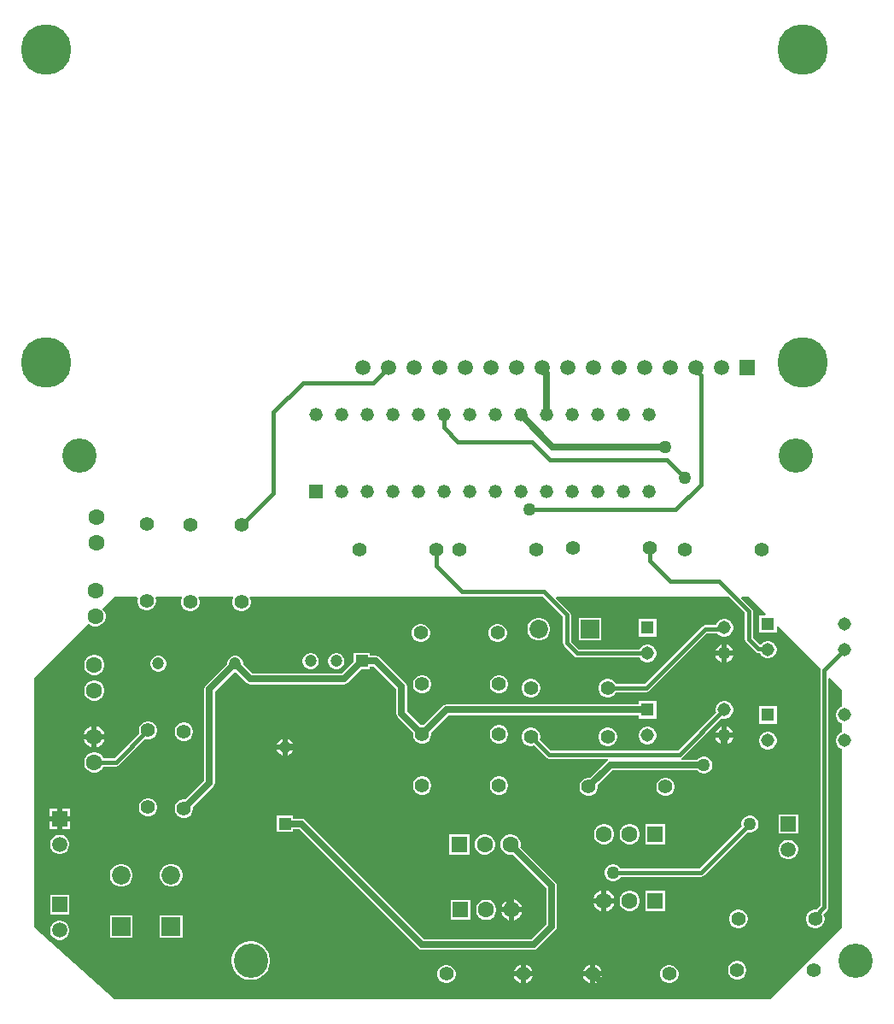
<source format=gtl>
G04*
G04 #@! TF.GenerationSoftware,Altium Limited,Altium Designer,21.6.1 (37)*
G04*
G04 Layer_Physical_Order=1*
G04 Layer_Color=255*
%FSLAX25Y25*%
%MOIN*%
G70*
G04*
G04 #@! TF.SameCoordinates,3883BF2F-BC99-4846-9409-8211DB2FD588*
G04*
G04*
G04 #@! TF.FilePolarity,Positive*
G04*
G01*
G75*
%ADD36C,0.02500*%
%ADD37C,0.01500*%
%ADD38C,0.05512*%
%ADD39C,0.13386*%
%ADD40R,0.07284X0.07284*%
%ADD41C,0.07284*%
%ADD42R,0.05906X0.05906*%
%ADD43C,0.05906*%
%ADD44C,0.06299*%
%ADD45C,0.05200*%
%ADD46R,0.05200X0.05200*%
%ADD47R,0.06299X0.06299*%
%ADD48C,0.06299*%
%ADD49C,0.05150*%
%ADD50R,0.05150X0.05150*%
%ADD51C,0.19685*%
%ADD52C,0.05937*%
%ADD53R,0.05937X0.05937*%
%ADD54R,0.04724X0.04724*%
%ADD55C,0.04724*%
%ADD56R,0.04724X0.04724*%
%ADD57R,0.07284X0.07284*%
%ADD58C,0.05000*%
G36*
X319163Y154837D02*
X318972Y154375D01*
X316625D01*
Y147625D01*
X323375D01*
Y149972D01*
X323837Y150163D01*
X340516Y133484D01*
X340420Y133000D01*
Y41155D01*
X338821Y39556D01*
X338032D01*
X337127Y39314D01*
X336317Y38845D01*
X335655Y38183D01*
X335186Y37372D01*
X334944Y36468D01*
Y35532D01*
X335186Y34628D01*
X335655Y33817D01*
X336317Y33155D01*
X337127Y32686D01*
X338032Y32444D01*
X338968D01*
X339873Y32686D01*
X340683Y33155D01*
X341345Y33817D01*
X341814Y34628D01*
X342056Y35532D01*
Y36468D01*
X341814Y37372D01*
X341555Y37820D01*
X343117Y39382D01*
X343460Y39895D01*
X343580Y40500D01*
Y129766D01*
X344042Y129958D01*
X349000Y125000D01*
Y118726D01*
X348697Y118645D01*
X347928Y118201D01*
X347300Y117572D01*
X346855Y116803D01*
X346625Y115944D01*
Y115056D01*
X346855Y114197D01*
X347300Y113428D01*
X347928Y112800D01*
X348697Y112355D01*
X349000Y112274D01*
Y108726D01*
X348697Y108645D01*
X347928Y108201D01*
X347300Y107572D01*
X346855Y106803D01*
X346625Y105944D01*
Y105056D01*
X346855Y104197D01*
X347300Y103428D01*
X347928Y102799D01*
X348697Y102355D01*
X349000Y102274D01*
Y32500D01*
X321000Y4500D01*
X65000D01*
X33500Y32500D01*
Y109000D01*
Y130000D01*
X54707Y151207D01*
X55075Y150839D01*
X55976Y150320D01*
X56980Y150050D01*
X58020D01*
X59025Y150320D01*
X59925Y150839D01*
X60660Y151575D01*
X61180Y152476D01*
X61450Y153480D01*
Y154520D01*
X61180Y155525D01*
X60660Y156425D01*
X60293Y156793D01*
X65000Y161500D01*
X73703D01*
X74087Y161000D01*
X73944Y160468D01*
Y159532D01*
X74186Y158627D01*
X74655Y157817D01*
X75317Y157155D01*
X76127Y156686D01*
X77032Y156444D01*
X77968D01*
X78873Y156686D01*
X79683Y157155D01*
X80345Y157817D01*
X80814Y158627D01*
X81056Y159532D01*
Y160468D01*
X80913Y161000D01*
X81297Y161500D01*
X91049D01*
X91299Y161067D01*
X91186Y160872D01*
X90944Y159968D01*
Y159032D01*
X91186Y158127D01*
X91655Y157317D01*
X92317Y156655D01*
X93128Y156186D01*
X94032Y155944D01*
X94968D01*
X95872Y156186D01*
X96683Y156655D01*
X97345Y157317D01*
X97814Y158127D01*
X98056Y159032D01*
Y159968D01*
X97814Y160872D01*
X97701Y161067D01*
X97951Y161500D01*
X111049D01*
X111299Y161067D01*
X111186Y160872D01*
X110944Y159968D01*
Y159032D01*
X111186Y158127D01*
X111655Y157317D01*
X112317Y156655D01*
X113128Y156186D01*
X114032Y155944D01*
X114968D01*
X115873Y156186D01*
X116683Y156655D01*
X117345Y157317D01*
X117814Y158127D01*
X118056Y159032D01*
Y159968D01*
X117814Y160872D01*
X117701Y161067D01*
X117951Y161500D01*
X232265D01*
X239920Y153845D01*
Y143500D01*
X240040Y142895D01*
X240383Y142383D01*
X244383Y138382D01*
X244895Y138040D01*
X245500Y137920D01*
X270016D01*
X270300Y137428D01*
X270928Y136800D01*
X271697Y136355D01*
X272556Y136125D01*
X273444D01*
X274303Y136355D01*
X275072Y136800D01*
X275700Y137428D01*
X276145Y138197D01*
X276375Y139056D01*
Y139944D01*
X276145Y140803D01*
X275700Y141572D01*
X275072Y142201D01*
X274303Y142645D01*
X273444Y142875D01*
X272556D01*
X271697Y142645D01*
X270928Y142201D01*
X270300Y141572D01*
X270016Y141080D01*
X246155D01*
X243080Y144155D01*
Y154500D01*
X242960Y155105D01*
X242618Y155617D01*
X237197Y161038D01*
X237388Y161500D01*
X304765D01*
X310920Y155345D01*
Y145000D01*
X311040Y144395D01*
X311383Y143883D01*
X315221Y140044D01*
X315734Y139702D01*
X316338Y139581D01*
X316922D01*
X317300Y138928D01*
X317928Y138300D01*
X318697Y137855D01*
X319556Y137625D01*
X320444D01*
X321303Y137855D01*
X322072Y138300D01*
X322701Y138928D01*
X323145Y139697D01*
X323375Y140556D01*
Y141444D01*
X323145Y142303D01*
X322701Y143072D01*
X322072Y143701D01*
X321303Y144145D01*
X320444Y144375D01*
X319556D01*
X318697Y144145D01*
X317928Y143701D01*
X317300Y143072D01*
X316700Y143035D01*
X314080Y145655D01*
Y156000D01*
X313960Y156605D01*
X313617Y157117D01*
X309697Y161038D01*
X309888Y161500D01*
X312500D01*
X319163Y154837D01*
D02*
G37*
%LPC*%
G36*
X303444Y152875D02*
X302556D01*
X301697Y152645D01*
X300928Y152200D01*
X300300Y151572D01*
X299855Y150803D01*
X299796Y150580D01*
X295500D01*
X294895Y150460D01*
X294383Y150118D01*
X271845Y127580D01*
X260694D01*
X260345Y128183D01*
X259683Y128845D01*
X258873Y129314D01*
X257968Y129556D01*
X257032D01*
X256128Y129314D01*
X255317Y128845D01*
X254655Y128183D01*
X254186Y127373D01*
X253944Y126468D01*
Y125532D01*
X254186Y124627D01*
X254655Y123817D01*
X255317Y123155D01*
X256128Y122686D01*
X257032Y122444D01*
X257968D01*
X258873Y122686D01*
X259683Y123155D01*
X260345Y123817D01*
X260694Y124420D01*
X272500D01*
X273105Y124540D01*
X273618Y124882D01*
X296155Y147420D01*
X300308D01*
X300928Y146800D01*
X301697Y146355D01*
X302556Y146125D01*
X303444D01*
X304303Y146355D01*
X305072Y146800D01*
X305700Y147428D01*
X306145Y148197D01*
X306375Y149056D01*
Y149944D01*
X306145Y150803D01*
X305700Y151572D01*
X305072Y152200D01*
X304303Y152645D01*
X303444Y152875D01*
D02*
G37*
G36*
X276375D02*
X269625D01*
Y146125D01*
X276375D01*
Y152875D01*
D02*
G37*
G36*
X254942Y153442D02*
X246058D01*
Y144558D01*
X254942D01*
Y153442D01*
D02*
G37*
G36*
X231085D02*
X229915D01*
X228786Y153139D01*
X227773Y152554D01*
X226946Y151727D01*
X226361Y150714D01*
X226058Y149585D01*
Y148415D01*
X226361Y147286D01*
X226946Y146273D01*
X227773Y145446D01*
X228786Y144861D01*
X229915Y144558D01*
X231085D01*
X232214Y144861D01*
X233227Y145446D01*
X234054Y146273D01*
X234639Y147286D01*
X234942Y148415D01*
Y149585D01*
X234639Y150714D01*
X234054Y151727D01*
X233227Y152554D01*
X232214Y153139D01*
X231085Y153442D01*
D02*
G37*
G36*
X214968Y151056D02*
X214032D01*
X213127Y150814D01*
X212317Y150345D01*
X211655Y149683D01*
X211186Y148872D01*
X210944Y147968D01*
Y147032D01*
X211186Y146127D01*
X211655Y145317D01*
X212317Y144655D01*
X213127Y144186D01*
X214032Y143944D01*
X214968D01*
X215873Y144186D01*
X216683Y144655D01*
X217345Y145317D01*
X217814Y146127D01*
X218056Y147032D01*
Y147968D01*
X217814Y148872D01*
X217345Y149683D01*
X216683Y150345D01*
X215873Y150814D01*
X214968Y151056D01*
D02*
G37*
G36*
X184968D02*
X184032D01*
X183127Y150814D01*
X182317Y150345D01*
X181655Y149683D01*
X181186Y148872D01*
X180944Y147968D01*
Y147032D01*
X181186Y146127D01*
X181655Y145317D01*
X182317Y144655D01*
X183127Y144186D01*
X184032Y143944D01*
X184968D01*
X185872Y144186D01*
X186683Y144655D01*
X187345Y145317D01*
X187814Y146127D01*
X188056Y147032D01*
Y147968D01*
X187814Y148872D01*
X187345Y149683D01*
X186683Y150345D01*
X185872Y150814D01*
X184968Y151056D01*
D02*
G37*
G36*
X304000Y142933D02*
Y140500D01*
X306433D01*
X306331Y140880D01*
X305861Y141695D01*
X305195Y142360D01*
X304380Y142831D01*
X304000Y142933D01*
D02*
G37*
G36*
X302000D02*
X301620Y142831D01*
X300805Y142360D01*
X300139Y141695D01*
X299669Y140880D01*
X299567Y140500D01*
X302000D01*
Y142933D01*
D02*
G37*
G36*
X306433Y138500D02*
X304000D01*
Y136067D01*
X304380Y136169D01*
X305195Y136639D01*
X305861Y137305D01*
X306331Y138120D01*
X306433Y138500D01*
D02*
G37*
G36*
X302000D02*
X299567D01*
X299669Y138120D01*
X300139Y137305D01*
X300805Y136639D01*
X301620Y136169D01*
X302000Y136067D01*
Y138500D01*
D02*
G37*
G36*
X151916Y139662D02*
X151084D01*
X150279Y139447D01*
X149558Y139030D01*
X148970Y138442D01*
X148553Y137721D01*
X148338Y136916D01*
Y136084D01*
X148553Y135279D01*
X148970Y134558D01*
X149558Y133970D01*
X150279Y133553D01*
X151084Y133338D01*
X151916D01*
X152721Y133553D01*
X153442Y133970D01*
X154030Y134558D01*
X154447Y135279D01*
X154662Y136084D01*
Y136916D01*
X154447Y137721D01*
X154030Y138442D01*
X153442Y139030D01*
X152721Y139447D01*
X151916Y139662D01*
D02*
G37*
G36*
X141916D02*
X141084D01*
X140279Y139447D01*
X139558Y139030D01*
X138970Y138442D01*
X138553Y137721D01*
X138338Y136916D01*
Y136084D01*
X138553Y135279D01*
X138970Y134558D01*
X139558Y133970D01*
X140279Y133553D01*
X141084Y133338D01*
X141916D01*
X142721Y133553D01*
X143442Y133970D01*
X144030Y134558D01*
X144447Y135279D01*
X144662Y136084D01*
Y136916D01*
X144447Y137721D01*
X144030Y138442D01*
X143442Y139030D01*
X142721Y139447D01*
X141916Y139662D01*
D02*
G37*
G36*
X82416Y138662D02*
X81584D01*
X80779Y138447D01*
X80058Y138030D01*
X79470Y137442D01*
X79053Y136721D01*
X78838Y135916D01*
Y135084D01*
X79053Y134279D01*
X79470Y133558D01*
X80058Y132970D01*
X80779Y132553D01*
X81584Y132338D01*
X82416D01*
X83221Y132553D01*
X83942Y132970D01*
X84530Y133558D01*
X84947Y134279D01*
X85162Y135084D01*
Y135916D01*
X84947Y136721D01*
X84530Y137442D01*
X83942Y138030D01*
X83221Y138447D01*
X82416Y138662D01*
D02*
G37*
G36*
X164662Y139662D02*
X158338D01*
Y136294D01*
X153634Y131590D01*
X118866D01*
X115162Y135294D01*
Y135916D01*
X114947Y136721D01*
X114530Y137442D01*
X113942Y138030D01*
X113221Y138447D01*
X112416Y138662D01*
X111584D01*
X110779Y138447D01*
X110058Y138030D01*
X109470Y137442D01*
X109053Y136721D01*
X108838Y135916D01*
Y135294D01*
X100522Y126978D01*
X100069Y126300D01*
X99910Y125500D01*
X99910Y125500D01*
Y89866D01*
X92572Y82528D01*
X92468Y82556D01*
X91532D01*
X90627Y82314D01*
X89817Y81845D01*
X89155Y81183D01*
X88686Y80373D01*
X88444Y79468D01*
Y78532D01*
X88686Y77627D01*
X89155Y76817D01*
X89817Y76155D01*
X90627Y75686D01*
X91532Y75444D01*
X92468D01*
X93372Y75686D01*
X94183Y76155D01*
X94845Y76817D01*
X95314Y77627D01*
X95556Y78532D01*
Y79468D01*
X95528Y79572D01*
X103478Y87522D01*
X103478Y87522D01*
X103931Y88200D01*
X104090Y89000D01*
X104090Y89000D01*
Y124634D01*
X111732Y132276D01*
X112268D01*
X116522Y128022D01*
X117200Y127569D01*
X118000Y127410D01*
X154500D01*
X154500Y127410D01*
X155300Y127569D01*
X155978Y128022D01*
X161294Y133338D01*
X164662D01*
Y134410D01*
X166134D01*
X174910Y125634D01*
Y116000D01*
X174910Y116000D01*
X175069Y115200D01*
X175522Y114522D01*
X181472Y108572D01*
X181444Y108468D01*
Y107532D01*
X181686Y106628D01*
X182155Y105817D01*
X182817Y105155D01*
X183627Y104686D01*
X184532Y104444D01*
X185468D01*
X186372Y104686D01*
X187183Y105155D01*
X187845Y105817D01*
X188314Y106628D01*
X188556Y107532D01*
Y108468D01*
X188528Y108572D01*
X195366Y115410D01*
X269625D01*
Y114125D01*
X276375D01*
Y120875D01*
X269625D01*
Y119590D01*
X194500D01*
X194500Y119590D01*
X193700Y119431D01*
X193022Y118978D01*
X185572Y111528D01*
X185468Y111556D01*
X184532D01*
X184428Y111528D01*
X179090Y116866D01*
Y126500D01*
X179090Y126500D01*
X178931Y127300D01*
X178478Y127978D01*
X178478Y127978D01*
X168478Y137978D01*
X167800Y138431D01*
X167000Y138590D01*
X167000Y138590D01*
X164662D01*
Y139662D01*
D02*
G37*
G36*
X57520Y138950D02*
X56480D01*
X55475Y138680D01*
X54575Y138161D01*
X53839Y137425D01*
X53320Y136524D01*
X53050Y135520D01*
Y134480D01*
X53320Y133475D01*
X53839Y132575D01*
X54575Y131840D01*
X55475Y131320D01*
X56480Y131050D01*
X57520D01*
X58525Y131320D01*
X59425Y131840D01*
X60160Y132575D01*
X60680Y133475D01*
X60950Y134480D01*
Y135520D01*
X60680Y136524D01*
X60160Y137425D01*
X59425Y138161D01*
X58525Y138680D01*
X57520Y138950D01*
D02*
G37*
G36*
X215468Y131056D02*
X214532D01*
X213628Y130814D01*
X212817Y130345D01*
X212155Y129683D01*
X211686Y128873D01*
X211444Y127968D01*
Y127032D01*
X211686Y126128D01*
X212155Y125317D01*
X212817Y124655D01*
X213628Y124186D01*
X214532Y123944D01*
X215468D01*
X216372Y124186D01*
X217183Y124655D01*
X217845Y125317D01*
X218314Y126128D01*
X218556Y127032D01*
Y127968D01*
X218314Y128873D01*
X217845Y129683D01*
X217183Y130345D01*
X216372Y130814D01*
X215468Y131056D01*
D02*
G37*
G36*
X185468D02*
X184532D01*
X183627Y130814D01*
X182817Y130345D01*
X182155Y129683D01*
X181686Y128873D01*
X181444Y127968D01*
Y127032D01*
X181686Y126128D01*
X182155Y125317D01*
X182817Y124655D01*
X183627Y124186D01*
X184532Y123944D01*
X185468D01*
X186372Y124186D01*
X187183Y124655D01*
X187845Y125317D01*
X188314Y126128D01*
X188556Y127032D01*
Y127968D01*
X188314Y128873D01*
X187845Y129683D01*
X187183Y130345D01*
X186372Y130814D01*
X185468Y131056D01*
D02*
G37*
G36*
X227968Y129556D02*
X227032D01*
X226128Y129314D01*
X225317Y128845D01*
X224655Y128183D01*
X224186Y127373D01*
X223944Y126468D01*
Y125532D01*
X224186Y124627D01*
X224655Y123817D01*
X225317Y123155D01*
X226128Y122686D01*
X227032Y122444D01*
X227968D01*
X228872Y122686D01*
X229683Y123155D01*
X230345Y123817D01*
X230814Y124627D01*
X231056Y125532D01*
Y126468D01*
X230814Y127373D01*
X230345Y128183D01*
X229683Y128845D01*
X228872Y129314D01*
X227968Y129556D01*
D02*
G37*
G36*
X57520Y128950D02*
X56480D01*
X55475Y128680D01*
X54575Y128161D01*
X53839Y127425D01*
X53320Y126524D01*
X53050Y125520D01*
Y124480D01*
X53320Y123476D01*
X53839Y122575D01*
X54575Y121839D01*
X55475Y121320D01*
X56480Y121050D01*
X57520D01*
X58525Y121320D01*
X59425Y121839D01*
X60160Y122575D01*
X60680Y123476D01*
X60950Y124480D01*
Y125520D01*
X60680Y126524D01*
X60160Y127425D01*
X59425Y128161D01*
X58525Y128680D01*
X57520Y128950D01*
D02*
G37*
G36*
X303444Y120875D02*
X302556D01*
X301697Y120645D01*
X300928Y120201D01*
X300300Y119572D01*
X299855Y118803D01*
X299625Y117944D01*
Y117056D01*
X299772Y116507D01*
X284845Y101580D01*
X235155D01*
X230876Y105859D01*
X231056Y106532D01*
Y107468D01*
X230814Y108372D01*
X230345Y109183D01*
X229683Y109845D01*
X228872Y110314D01*
X227968Y110556D01*
X227032D01*
X226128Y110314D01*
X225317Y109845D01*
X224655Y109183D01*
X224186Y108372D01*
X223944Y107468D01*
Y106532D01*
X224186Y105628D01*
X224655Y104817D01*
X225317Y104155D01*
X226128Y103686D01*
X227032Y103444D01*
X227968D01*
X228641Y103624D01*
X233383Y98883D01*
X233895Y98540D01*
X234500Y98420D01*
X257600D01*
X257693Y97966D01*
X257683Y97920D01*
X257022Y97478D01*
X257022Y97478D01*
X250572Y91028D01*
X250468Y91056D01*
X249532D01*
X248627Y90814D01*
X247817Y90345D01*
X247155Y89683D01*
X246686Y88872D01*
X246444Y87968D01*
Y87032D01*
X246686Y86128D01*
X247155Y85317D01*
X247817Y84655D01*
X248627Y84186D01*
X249532Y83944D01*
X250468D01*
X251373Y84186D01*
X252183Y84655D01*
X252845Y85317D01*
X253314Y86128D01*
X253556Y87032D01*
Y87968D01*
X253528Y88072D01*
X259366Y93910D01*
X292423D01*
X292974Y93359D01*
X293726Y92925D01*
X294566Y92700D01*
X295434D01*
X296274Y92925D01*
X297026Y93359D01*
X297641Y93974D01*
X298075Y94726D01*
X298300Y95565D01*
Y96434D01*
X298075Y97274D01*
X297641Y98026D01*
X297026Y98641D01*
X296274Y99075D01*
X295434Y99300D01*
X294566D01*
X293726Y99075D01*
X292974Y98641D01*
X292423Y98090D01*
X286263D01*
X286200Y98269D01*
X286180Y98590D01*
X286617Y98883D01*
X302007Y114272D01*
X302556Y114125D01*
X303444D01*
X304303Y114355D01*
X305072Y114799D01*
X305700Y115428D01*
X306145Y116197D01*
X306375Y117056D01*
Y117944D01*
X306145Y118803D01*
X305700Y119572D01*
X305072Y120201D01*
X304303Y120645D01*
X303444Y120875D01*
D02*
G37*
G36*
X323375Y118875D02*
X316625D01*
Y112125D01*
X323375D01*
Y118875D01*
D02*
G37*
G36*
X304000Y110933D02*
Y108500D01*
X306433D01*
X306331Y108880D01*
X305861Y109695D01*
X305195Y110361D01*
X304380Y110831D01*
X304000Y110933D01*
D02*
G37*
G36*
X302000D02*
X301620Y110831D01*
X300805Y110361D01*
X300139Y109695D01*
X299669Y108880D01*
X299567Y108500D01*
X302000D01*
Y110933D01*
D02*
G37*
G36*
X58000Y111028D02*
Y108000D01*
X61028D01*
X60867Y108602D01*
X60321Y109548D01*
X59548Y110320D01*
X58602Y110867D01*
X58000Y111028D01*
D02*
G37*
G36*
X56000D02*
X55398Y110867D01*
X54452Y110320D01*
X53680Y109548D01*
X53133Y108602D01*
X52972Y108000D01*
X56000D01*
Y111028D01*
D02*
G37*
G36*
X78468Y113056D02*
X77532D01*
X76627Y112814D01*
X75817Y112345D01*
X75155Y111683D01*
X74686Y110872D01*
X74444Y109968D01*
Y109032D01*
X74624Y108359D01*
X64845Y98580D01*
X60648D01*
X60160Y99425D01*
X59425Y100161D01*
X58525Y100680D01*
X57520Y100950D01*
X56480D01*
X55475Y100680D01*
X54575Y100161D01*
X53839Y99425D01*
X53320Y98524D01*
X53050Y97520D01*
Y96480D01*
X53320Y95476D01*
X53839Y94575D01*
X54575Y93840D01*
X55475Y93320D01*
X56480Y93050D01*
X57520D01*
X58525Y93320D01*
X59425Y93840D01*
X60160Y94575D01*
X60648Y95420D01*
X65500D01*
X66105Y95540D01*
X66618Y95882D01*
X76859Y106124D01*
X77532Y105944D01*
X78468D01*
X79373Y106186D01*
X80183Y106655D01*
X80845Y107317D01*
X81314Y108127D01*
X81556Y109032D01*
Y109968D01*
X81314Y110872D01*
X80845Y111683D01*
X80183Y112345D01*
X79373Y112814D01*
X78468Y113056D01*
D02*
G37*
G36*
X92468Y112556D02*
X91532D01*
X90627Y112314D01*
X89817Y111845D01*
X89155Y111183D01*
X88686Y110372D01*
X88444Y109468D01*
Y108532D01*
X88686Y107627D01*
X89155Y106817D01*
X89817Y106155D01*
X90627Y105686D01*
X91532Y105444D01*
X92468D01*
X93372Y105686D01*
X94183Y106155D01*
X94845Y106817D01*
X95314Y107627D01*
X95556Y108532D01*
Y109468D01*
X95314Y110372D01*
X94845Y111183D01*
X94183Y111845D01*
X93372Y112314D01*
X92468Y112556D01*
D02*
G37*
G36*
X215468Y111556D02*
X214532D01*
X213628Y111314D01*
X212817Y110845D01*
X212155Y110183D01*
X211686Y109372D01*
X211444Y108468D01*
Y107532D01*
X211686Y106628D01*
X212155Y105817D01*
X212817Y105155D01*
X213628Y104686D01*
X214532Y104444D01*
X215468D01*
X216372Y104686D01*
X217183Y105155D01*
X217845Y105817D01*
X218314Y106628D01*
X218556Y107532D01*
Y108468D01*
X218314Y109372D01*
X217845Y110183D01*
X217183Y110845D01*
X216372Y111314D01*
X215468Y111556D01*
D02*
G37*
G36*
X273444Y110875D02*
X272556D01*
X271697Y110645D01*
X270928Y110201D01*
X270300Y109572D01*
X269855Y108803D01*
X269625Y107944D01*
Y107056D01*
X269855Y106197D01*
X270300Y105428D01*
X270928Y104799D01*
X271697Y104355D01*
X272556Y104125D01*
X273444D01*
X274303Y104355D01*
X275072Y104799D01*
X275700Y105428D01*
X276145Y106197D01*
X276375Y107056D01*
Y107944D01*
X276145Y108803D01*
X275700Y109572D01*
X275072Y110201D01*
X274303Y110645D01*
X273444Y110875D01*
D02*
G37*
G36*
X306433Y106500D02*
X304000D01*
Y104067D01*
X304380Y104169D01*
X305195Y104639D01*
X305861Y105305D01*
X306331Y106120D01*
X306433Y106500D01*
D02*
G37*
G36*
X302000D02*
X299567D01*
X299669Y106120D01*
X300139Y105305D01*
X300805Y104639D01*
X301620Y104169D01*
X302000Y104067D01*
Y106500D01*
D02*
G37*
G36*
X132500Y106213D02*
Y104000D01*
X134713D01*
X134633Y104298D01*
X134190Y105064D01*
X133564Y105690D01*
X132798Y106133D01*
X132500Y106213D01*
D02*
G37*
G36*
X130500Y106213D02*
X130202Y106133D01*
X129436Y105690D01*
X128810Y105064D01*
X128367Y104298D01*
X128287Y104000D01*
X130500D01*
Y106213D01*
D02*
G37*
G36*
X257968Y110556D02*
X257032D01*
X256128Y110314D01*
X255317Y109845D01*
X254655Y109183D01*
X254186Y108372D01*
X253944Y107468D01*
Y106532D01*
X254186Y105628D01*
X254655Y104817D01*
X255317Y104155D01*
X256128Y103686D01*
X257032Y103444D01*
X257968D01*
X258873Y103686D01*
X259683Y104155D01*
X260345Y104817D01*
X260814Y105628D01*
X261056Y106532D01*
Y107468D01*
X260814Y108372D01*
X260345Y109183D01*
X259683Y109845D01*
X258873Y110314D01*
X257968Y110556D01*
D02*
G37*
G36*
X61028Y106000D02*
X58000D01*
Y102972D01*
X58602Y103133D01*
X59548Y103680D01*
X60321Y104452D01*
X60867Y105398D01*
X61028Y106000D01*
D02*
G37*
G36*
X56000D02*
X52972D01*
X53133Y105398D01*
X53680Y104452D01*
X54452Y103680D01*
X55398Y103133D01*
X56000Y102972D01*
Y106000D01*
D02*
G37*
G36*
X320444Y108875D02*
X319556D01*
X318697Y108645D01*
X317928Y108201D01*
X317300Y107572D01*
X316855Y106803D01*
X316625Y105944D01*
Y105056D01*
X316855Y104197D01*
X317300Y103428D01*
X317928Y102799D01*
X318697Y102355D01*
X319556Y102125D01*
X320444D01*
X321303Y102355D01*
X322072Y102799D01*
X322701Y103428D01*
X323145Y104197D01*
X323375Y105056D01*
Y105944D01*
X323145Y106803D01*
X322701Y107572D01*
X322072Y108201D01*
X321303Y108645D01*
X320444Y108875D01*
D02*
G37*
G36*
X134713Y102000D02*
X132500D01*
Y99787D01*
X132798Y99867D01*
X133564Y100310D01*
X134190Y100936D01*
X134633Y101702D01*
X134713Y102000D01*
D02*
G37*
G36*
X130500D02*
X128287D01*
X128367Y101702D01*
X128810Y100936D01*
X129436Y100310D01*
X130202Y99867D01*
X130500Y99787D01*
Y102000D01*
D02*
G37*
G36*
X215468Y91556D02*
X214532D01*
X213628Y91314D01*
X212817Y90845D01*
X212155Y90183D01*
X211686Y89372D01*
X211444Y88468D01*
Y87532D01*
X211686Y86628D01*
X212155Y85817D01*
X212817Y85155D01*
X213628Y84686D01*
X214532Y84444D01*
X215468D01*
X216372Y84686D01*
X217183Y85155D01*
X217845Y85817D01*
X218314Y86628D01*
X218556Y87532D01*
Y88468D01*
X218314Y89372D01*
X217845Y90183D01*
X217183Y90845D01*
X216372Y91314D01*
X215468Y91556D01*
D02*
G37*
G36*
X185468D02*
X184532D01*
X183627Y91314D01*
X182817Y90845D01*
X182155Y90183D01*
X181686Y89372D01*
X181444Y88468D01*
Y87532D01*
X181686Y86628D01*
X182155Y85817D01*
X182817Y85155D01*
X183627Y84686D01*
X184532Y84444D01*
X185468D01*
X186372Y84686D01*
X187183Y85155D01*
X187845Y85817D01*
X188314Y86628D01*
X188556Y87532D01*
Y88468D01*
X188314Y89372D01*
X187845Y90183D01*
X187183Y90845D01*
X186372Y91314D01*
X185468Y91556D01*
D02*
G37*
G36*
X280468Y91056D02*
X279532D01*
X278627Y90814D01*
X277817Y90345D01*
X277155Y89683D01*
X276686Y88872D01*
X276444Y87968D01*
Y87032D01*
X276686Y86128D01*
X277155Y85317D01*
X277817Y84655D01*
X278627Y84186D01*
X279532Y83944D01*
X280468D01*
X281372Y84186D01*
X282183Y84655D01*
X282845Y85317D01*
X283314Y86128D01*
X283556Y87032D01*
Y87968D01*
X283314Y88872D01*
X282845Y89683D01*
X282183Y90345D01*
X281372Y90814D01*
X280468Y91056D01*
D02*
G37*
G36*
X47453Y78953D02*
X44500D01*
Y76000D01*
X47453D01*
Y78953D01*
D02*
G37*
G36*
X42500D02*
X39547D01*
Y76000D01*
X42500D01*
Y78953D01*
D02*
G37*
G36*
X78468Y83056D02*
X77532D01*
X76627Y82814D01*
X75817Y82345D01*
X75155Y81683D01*
X74686Y80872D01*
X74444Y79968D01*
Y79032D01*
X74686Y78127D01*
X75155Y77317D01*
X75817Y76655D01*
X76627Y76186D01*
X77532Y75944D01*
X78468D01*
X79373Y76186D01*
X80183Y76655D01*
X80845Y77317D01*
X81314Y78127D01*
X81556Y79032D01*
Y79968D01*
X81314Y80872D01*
X80845Y81683D01*
X80183Y82345D01*
X79373Y82814D01*
X78468Y83056D01*
D02*
G37*
G36*
X47453Y74000D02*
X44500D01*
Y71047D01*
X47453D01*
Y74000D01*
D02*
G37*
G36*
X42500D02*
X39547D01*
Y71047D01*
X42500D01*
Y74000D01*
D02*
G37*
G36*
X313435Y76300D02*
X312565D01*
X311726Y76075D01*
X310974Y75641D01*
X310359Y75026D01*
X309925Y74274D01*
X309700Y73435D01*
Y72566D01*
X309833Y72068D01*
X293345Y55580D01*
X262398D01*
X262141Y56026D01*
X261526Y56641D01*
X260774Y57075D01*
X259934Y57300D01*
X259066D01*
X258226Y57075D01*
X257474Y56641D01*
X256859Y56026D01*
X256425Y55274D01*
X256200Y54435D01*
Y53566D01*
X256425Y52726D01*
X256859Y51974D01*
X257474Y51359D01*
X258226Y50925D01*
X259066Y50700D01*
X259934D01*
X260774Y50925D01*
X261526Y51359D01*
X262141Y51974D01*
X262398Y52420D01*
X294000D01*
X294605Y52540D01*
X295117Y52882D01*
X312068Y69833D01*
X312565Y69700D01*
X313435D01*
X314274Y69925D01*
X315026Y70359D01*
X315641Y70974D01*
X316075Y71726D01*
X316300Y72566D01*
Y73435D01*
X316075Y74274D01*
X315641Y75026D01*
X315026Y75641D01*
X314274Y76075D01*
X313435Y76300D01*
D02*
G37*
G36*
X331753Y76753D02*
X324247D01*
Y69247D01*
X331753D01*
Y76753D01*
D02*
G37*
G36*
X279950Y72950D02*
X272050D01*
Y65050D01*
X279950D01*
Y72950D01*
D02*
G37*
G36*
X266520D02*
X265480D01*
X264475Y72680D01*
X263575Y72161D01*
X262840Y71425D01*
X262320Y70525D01*
X262050Y69520D01*
Y68480D01*
X262320Y67475D01*
X262840Y66575D01*
X263575Y65839D01*
X264475Y65320D01*
X265480Y65050D01*
X266520D01*
X267525Y65320D01*
X268425Y65839D01*
X269161Y66575D01*
X269680Y67475D01*
X269950Y68480D01*
Y69520D01*
X269680Y70525D01*
X269161Y71425D01*
X268425Y72161D01*
X267525Y72680D01*
X266520Y72950D01*
D02*
G37*
G36*
X256520D02*
X255480D01*
X254475Y72680D01*
X253575Y72161D01*
X252839Y71425D01*
X252320Y70525D01*
X252050Y69520D01*
Y68480D01*
X252320Y67475D01*
X252839Y66575D01*
X253575Y65839D01*
X254475Y65320D01*
X255480Y65050D01*
X256520D01*
X257524Y65320D01*
X258425Y65839D01*
X259160Y66575D01*
X259680Y67475D01*
X259950Y68480D01*
Y69520D01*
X259680Y70525D01*
X259160Y71425D01*
X258425Y72161D01*
X257524Y72680D01*
X256520Y72950D01*
D02*
G37*
G36*
X43994Y68753D02*
X43006D01*
X42052Y68497D01*
X41196Y68003D01*
X40497Y67304D01*
X40003Y66448D01*
X39747Y65494D01*
Y64506D01*
X40003Y63551D01*
X40497Y62696D01*
X41196Y61997D01*
X42052Y61503D01*
X43006Y61247D01*
X43994D01*
X44949Y61503D01*
X45804Y61997D01*
X46503Y62696D01*
X46997Y63551D01*
X47253Y64506D01*
Y65494D01*
X46997Y66448D01*
X46503Y67304D01*
X45804Y68003D01*
X44949Y68497D01*
X43994Y68753D01*
D02*
G37*
G36*
X210020Y68950D02*
X208980D01*
X207976Y68680D01*
X207075Y68160D01*
X206340Y67425D01*
X205820Y66524D01*
X205550Y65520D01*
Y64480D01*
X205820Y63476D01*
X206340Y62575D01*
X207075Y61839D01*
X207976Y61320D01*
X208980Y61050D01*
X210020D01*
X211024Y61320D01*
X211925Y61839D01*
X212661Y62575D01*
X213180Y63476D01*
X213450Y64480D01*
Y65520D01*
X213180Y66524D01*
X212661Y67425D01*
X211925Y68160D01*
X211024Y68680D01*
X210020Y68950D01*
D02*
G37*
G36*
X203450D02*
X195550D01*
Y61050D01*
X203450D01*
Y68950D01*
D02*
G37*
G36*
X328494Y66753D02*
X327506D01*
X326552Y66497D01*
X325696Y66003D01*
X324997Y65304D01*
X324503Y64448D01*
X324247Y63494D01*
Y62506D01*
X324503Y61551D01*
X324997Y60696D01*
X325696Y59997D01*
X326552Y59503D01*
X327506Y59247D01*
X328494D01*
X329449Y59503D01*
X330304Y59997D01*
X331003Y60696D01*
X331497Y61551D01*
X331753Y62506D01*
Y63494D01*
X331497Y64448D01*
X331003Y65304D01*
X330304Y66003D01*
X329449Y66497D01*
X328494Y66753D01*
D02*
G37*
G36*
X87585Y57442D02*
X86415D01*
X85286Y57139D01*
X84273Y56554D01*
X83446Y55727D01*
X82861Y54714D01*
X82558Y53585D01*
Y52415D01*
X82861Y51286D01*
X83446Y50273D01*
X84273Y49446D01*
X85286Y48861D01*
X86415Y48558D01*
X87585D01*
X88714Y48861D01*
X89727Y49446D01*
X90554Y50273D01*
X91139Y51286D01*
X91442Y52415D01*
Y53585D01*
X91139Y54714D01*
X90554Y55727D01*
X89727Y56554D01*
X88714Y57139D01*
X87585Y57442D01*
D02*
G37*
G36*
X68085D02*
X66915D01*
X65786Y57139D01*
X64773Y56554D01*
X63946Y55727D01*
X63361Y54714D01*
X63058Y53585D01*
Y52415D01*
X63361Y51286D01*
X63946Y50273D01*
X64773Y49446D01*
X65786Y48861D01*
X66915Y48558D01*
X68085D01*
X69214Y48861D01*
X70227Y49446D01*
X71054Y50273D01*
X71639Y51286D01*
X71942Y52415D01*
Y53585D01*
X71639Y54714D01*
X71054Y55727D01*
X70227Y56554D01*
X69214Y57139D01*
X68085Y57442D01*
D02*
G37*
G36*
X257000Y47028D02*
Y44000D01*
X260028D01*
X259867Y44602D01*
X259320Y45548D01*
X258548Y46321D01*
X257602Y46867D01*
X257000Y47028D01*
D02*
G37*
G36*
X255000D02*
X254398Y46867D01*
X253452Y46321D01*
X252679Y45548D01*
X252133Y44602D01*
X251972Y44000D01*
X255000D01*
Y47028D01*
D02*
G37*
G36*
X221000Y43528D02*
Y40500D01*
X224028D01*
X223867Y41102D01*
X223321Y42048D01*
X222548Y42821D01*
X221602Y43367D01*
X221000Y43528D01*
D02*
G37*
G36*
X219000D02*
X218398Y43367D01*
X217452Y42821D01*
X216680Y42048D01*
X216133Y41102D01*
X215972Y40500D01*
X219000D01*
Y43528D01*
D02*
G37*
G36*
X279950Y46950D02*
X272050D01*
Y39050D01*
X279950D01*
Y46950D01*
D02*
G37*
G36*
X266520D02*
X265480D01*
X264475Y46680D01*
X263575Y46161D01*
X262840Y45425D01*
X262320Y44524D01*
X262050Y43520D01*
Y42480D01*
X262320Y41475D01*
X262840Y40575D01*
X263575Y39840D01*
X264475Y39320D01*
X265480Y39050D01*
X266520D01*
X267525Y39320D01*
X268425Y39840D01*
X269161Y40575D01*
X269680Y41475D01*
X269950Y42480D01*
Y43520D01*
X269680Y44524D01*
X269161Y45425D01*
X268425Y46161D01*
X267525Y46680D01*
X266520Y46950D01*
D02*
G37*
G36*
X260028Y42000D02*
X257000D01*
Y38972D01*
X257602Y39133D01*
X258548Y39680D01*
X259320Y40452D01*
X259867Y41398D01*
X260028Y42000D01*
D02*
G37*
G36*
X255000D02*
X251972D01*
X252133Y41398D01*
X252679Y40452D01*
X253452Y39680D01*
X254398Y39133D01*
X255000Y38972D01*
Y42000D01*
D02*
G37*
G36*
X47253Y45253D02*
X39747D01*
Y37747D01*
X47253D01*
Y45253D01*
D02*
G37*
G36*
X210520Y43450D02*
X209480D01*
X208475Y43180D01*
X207575Y42660D01*
X206839Y41925D01*
X206320Y41025D01*
X206050Y40020D01*
Y38980D01*
X206320Y37975D01*
X206839Y37075D01*
X207575Y36340D01*
X208475Y35820D01*
X209480Y35550D01*
X210520D01*
X211525Y35820D01*
X212425Y36340D01*
X213160Y37075D01*
X213680Y37975D01*
X213950Y38980D01*
Y40020D01*
X213680Y41025D01*
X213160Y41925D01*
X212425Y42660D01*
X211525Y43180D01*
X210520Y43450D01*
D02*
G37*
G36*
X203950D02*
X196050D01*
Y35550D01*
X203950D01*
Y43450D01*
D02*
G37*
G36*
X224028Y38500D02*
X221000D01*
Y35472D01*
X221602Y35633D01*
X222548Y36180D01*
X223321Y36952D01*
X223867Y37898D01*
X224028Y38500D01*
D02*
G37*
G36*
X219000D02*
X215972D01*
X216133Y37898D01*
X216680Y36952D01*
X217452Y36180D01*
X218398Y35633D01*
X219000Y35472D01*
Y38500D01*
D02*
G37*
G36*
X308968Y39556D02*
X308032D01*
X307127Y39314D01*
X306317Y38845D01*
X305655Y38183D01*
X305186Y37372D01*
X304944Y36468D01*
Y35532D01*
X305186Y34628D01*
X305655Y33817D01*
X306317Y33155D01*
X307127Y32686D01*
X308032Y32444D01*
X308968D01*
X309873Y32686D01*
X310683Y33155D01*
X311345Y33817D01*
X311814Y34628D01*
X312056Y35532D01*
Y36468D01*
X311814Y37372D01*
X311345Y38183D01*
X310683Y38845D01*
X309873Y39314D01*
X308968Y39556D01*
D02*
G37*
G36*
X91442Y37442D02*
X82558D01*
Y28558D01*
X91442D01*
Y37442D01*
D02*
G37*
G36*
X71942D02*
X63058D01*
Y28558D01*
X71942D01*
Y37442D01*
D02*
G37*
G36*
X43994Y35253D02*
X43006D01*
X42052Y34997D01*
X41196Y34503D01*
X40497Y33804D01*
X40003Y32948D01*
X39747Y31994D01*
Y31006D01*
X40003Y30051D01*
X40497Y29196D01*
X41196Y28497D01*
X42052Y28003D01*
X43006Y27747D01*
X43994D01*
X44949Y28003D01*
X45804Y28497D01*
X46503Y29196D01*
X46997Y30051D01*
X47253Y31006D01*
Y31994D01*
X46997Y32948D01*
X46503Y33804D01*
X45804Y34503D01*
X44949Y34997D01*
X43994Y35253D01*
D02*
G37*
G36*
X134662Y76162D02*
X128338D01*
Y69838D01*
X134662D01*
Y70910D01*
X137134D01*
X183522Y24522D01*
X183522Y24522D01*
X184200Y24069D01*
X185000Y23910D01*
X185000Y23910D01*
X228500D01*
X228500Y23910D01*
X229300Y24069D01*
X229978Y24522D01*
X236978Y31522D01*
X236978Y31522D01*
X237431Y32200D01*
X237590Y33000D01*
Y49000D01*
X237590Y49000D01*
X237431Y49800D01*
X236978Y50478D01*
X236978Y50478D01*
X223349Y64106D01*
X223450Y64480D01*
Y65520D01*
X223180Y66524D01*
X222660Y67425D01*
X221925Y68160D01*
X221024Y68680D01*
X220020Y68950D01*
X218980D01*
X217975Y68680D01*
X217075Y68160D01*
X216339Y67425D01*
X215820Y66524D01*
X215550Y65520D01*
Y64480D01*
X215820Y63476D01*
X216339Y62575D01*
X217075Y61839D01*
X217975Y61320D01*
X218980Y61050D01*
X220020D01*
X220394Y61150D01*
X233410Y48134D01*
Y33866D01*
X227634Y28090D01*
X185866D01*
X139478Y74478D01*
X138800Y74931D01*
X138000Y75090D01*
X138000Y75090D01*
X134662D01*
Y76162D01*
D02*
G37*
G36*
X252500Y18120D02*
Y15500D01*
X255120D01*
X255000Y15950D01*
X254505Y16806D01*
X253806Y17505D01*
X252950Y18000D01*
X252500Y18120D01*
D02*
G37*
G36*
X225500D02*
Y15500D01*
X228120D01*
X228000Y15950D01*
X227505Y16806D01*
X226806Y17505D01*
X225950Y18000D01*
X225500Y18120D01*
D02*
G37*
G36*
X223500D02*
X223050Y18000D01*
X222194Y17505D01*
X221495Y16806D01*
X221000Y15950D01*
X220880Y15500D01*
X223500D01*
Y18120D01*
D02*
G37*
G36*
X250500D02*
X250050Y18000D01*
X249194Y17505D01*
X248495Y16806D01*
X248000Y15950D01*
X247880Y15500D01*
X250500D01*
Y18120D01*
D02*
G37*
G36*
X308468Y19556D02*
X307532D01*
X306627Y19314D01*
X305817Y18845D01*
X305155Y18183D01*
X304686Y17372D01*
X304444Y16468D01*
Y15532D01*
X304686Y14627D01*
X305155Y13817D01*
X305817Y13155D01*
X306627Y12686D01*
X307532Y12444D01*
X308468D01*
X309372Y12686D01*
X310183Y13155D01*
X310845Y13817D01*
X311314Y14627D01*
X311556Y15532D01*
Y16468D01*
X311314Y17372D01*
X310845Y18183D01*
X310183Y18845D01*
X309372Y19314D01*
X308468Y19556D01*
D02*
G37*
G36*
X118848Y27178D02*
X117372D01*
X115925Y26890D01*
X114561Y26325D01*
X113334Y25505D01*
X112290Y24462D01*
X111470Y23234D01*
X110905Y21871D01*
X110617Y20423D01*
Y18947D01*
X110905Y17499D01*
X111470Y16136D01*
X112290Y14909D01*
X113334Y13865D01*
X114561Y13045D01*
X115925Y12480D01*
X117372Y12192D01*
X118848D01*
X120296Y12480D01*
X121660Y13045D01*
X122887Y13865D01*
X123930Y14909D01*
X124750Y16136D01*
X125315Y17499D01*
X125603Y18947D01*
Y20423D01*
X125315Y21871D01*
X124750Y23234D01*
X123930Y24462D01*
X122887Y25505D01*
X121660Y26325D01*
X120296Y26890D01*
X118848Y27178D01*
D02*
G37*
G36*
X281968Y18056D02*
X281032D01*
X280128Y17814D01*
X279317Y17345D01*
X278655Y16683D01*
X278186Y15872D01*
X277944Y14968D01*
Y14032D01*
X278186Y13127D01*
X278655Y12317D01*
X279317Y11655D01*
X280128Y11186D01*
X281032Y10944D01*
X281968D01*
X282873Y11186D01*
X283683Y11655D01*
X284345Y12317D01*
X284814Y13127D01*
X285056Y14032D01*
Y14968D01*
X284814Y15872D01*
X284345Y16683D01*
X283683Y17345D01*
X282873Y17814D01*
X281968Y18056D01*
D02*
G37*
G36*
X194968D02*
X194032D01*
X193128Y17814D01*
X192317Y17345D01*
X191655Y16683D01*
X191186Y15872D01*
X190944Y14968D01*
Y14032D01*
X191186Y13127D01*
X191655Y12317D01*
X192317Y11655D01*
X193128Y11186D01*
X194032Y10944D01*
X194968D01*
X195872Y11186D01*
X196683Y11655D01*
X197345Y12317D01*
X197814Y13127D01*
X198056Y14032D01*
Y14968D01*
X197814Y15872D01*
X197345Y16683D01*
X196683Y17345D01*
X195872Y17814D01*
X194968Y18056D01*
D02*
G37*
G36*
X255120Y13500D02*
X252500D01*
Y10880D01*
X252950Y11000D01*
X253806Y11495D01*
X254505Y12194D01*
X255000Y13050D01*
X255120Y13500D01*
D02*
G37*
G36*
X228120D02*
X225500D01*
Y10880D01*
X225950Y11000D01*
X226806Y11495D01*
X227505Y12194D01*
X228000Y13050D01*
X228120Y13500D01*
D02*
G37*
G36*
X223500D02*
X220880D01*
X221000Y13050D01*
X221495Y12194D01*
X222194Y11495D01*
X223050Y11000D01*
X223500Y10880D01*
Y13500D01*
D02*
G37*
G36*
X250500D02*
X247880D01*
X248000Y13050D01*
X248495Y12194D01*
X249194Y11495D01*
X250050Y11000D01*
X250500Y10880D01*
Y13500D01*
D02*
G37*
%LPD*%
D36*
X150000Y70000D02*
Y94500D01*
X131500Y103000D02*
X141500D01*
X150000Y94500D01*
Y70000D02*
X163500Y56500D01*
X326000Y14500D02*
Y44500D01*
X319000Y7500D02*
X326000Y14500D01*
X258500Y7500D02*
X319000D01*
X251500Y14500D02*
X258500Y7500D01*
X250000Y87500D02*
X258500Y96000D01*
X295000D01*
X303000Y101877D02*
X310877Y94000D01*
X330000D01*
X303000Y101877D02*
Y107500D01*
X330000Y94000D02*
X337500Y86500D01*
Y56000D02*
Y86500D01*
X326000Y44500D02*
X337500Y56000D01*
X194500Y117500D02*
X273000D01*
X185000Y108000D02*
X194500Y117500D01*
X236000Y220000D02*
X280000D01*
X223500Y232500D02*
X236000Y220000D01*
X233500Y232500D02*
Y248562D01*
X231984Y250078D02*
X233500Y248562D01*
X231984Y250078D02*
Y251008D01*
X102000Y89000D02*
Y125500D01*
X112000Y135500D01*
X92000Y79000D02*
X102000Y89000D01*
X167000Y136500D02*
X177000Y126500D01*
Y116000D02*
X185000Y108000D01*
X177000Y116000D02*
Y126500D01*
X161500Y136500D02*
X167000D01*
X154500Y129500D02*
X161500Y136500D01*
X118000Y129500D02*
X154500D01*
X112000Y135500D02*
X118000Y129500D01*
X219500Y65000D02*
X235500Y49000D01*
Y33000D02*
Y49000D01*
X228500Y26000D02*
X235500Y33000D01*
X138000Y73000D02*
X185000Y26000D01*
X228500D01*
X131500Y73000D02*
X138000D01*
X219273Y40227D02*
Y45727D01*
X208500Y56500D02*
X219273Y45727D01*
Y40227D02*
X220000Y39500D01*
X163500Y56500D02*
X208500D01*
D37*
X338500Y37000D02*
X342000Y40500D01*
Y133000D02*
X350000Y141000D01*
X342000Y40500D02*
Y133000D01*
X338500Y36000D02*
Y37000D01*
X285500Y100000D02*
X303000Y117500D01*
X234500Y100000D02*
X285500D01*
X227500Y107000D02*
X234500Y100000D01*
X312500Y145000D02*
Y156000D01*
X319838Y141162D02*
X320000Y141000D01*
X316338Y141162D02*
X319838D01*
X312500Y145000D02*
X316338Y141162D01*
X301000Y167500D02*
X312500Y156000D01*
X282000Y167500D02*
X301000D01*
X274006Y175494D02*
X282000Y167500D01*
X274000Y180500D02*
X274006Y180494D01*
Y175494D02*
Y180494D01*
X295500Y149000D02*
X302500D01*
X303000Y149500D01*
X272500Y126000D02*
X295500Y149000D01*
X257500Y126000D02*
X272500D01*
X241500Y143500D02*
X245500Y139500D01*
X273000D01*
X241500Y143500D02*
Y154500D01*
X232500Y163500D02*
X241500Y154500D01*
X200500Y163500D02*
X232500D01*
X190500Y173500D02*
X200500Y163500D01*
X190500Y173500D02*
Y180000D01*
X291984Y249807D02*
X293879Y247913D01*
Y205379D02*
Y247913D01*
X291984Y249807D02*
Y251008D01*
X284000Y195500D02*
X293879Y205379D01*
X227000Y195500D02*
X284000D01*
X280500Y215000D02*
X287500Y208000D01*
X235000Y215000D02*
X280500D01*
X228000Y222000D02*
X235000Y215000D01*
X199000Y222000D02*
X228000D01*
X193500Y227500D02*
X199000Y222000D01*
X193500Y227500D02*
Y232500D01*
X165976Y245000D02*
X171984Y251008D01*
X138500Y245000D02*
X165976D01*
X127000Y233500D02*
X138500Y245000D01*
X127000Y202000D02*
Y233500D01*
X114500Y189500D02*
X127000Y202000D01*
X259500Y54000D02*
X294000D01*
X313000Y73000D01*
X65500Y97000D02*
X78000Y109500D01*
X57000Y97000D02*
X65500D01*
D38*
X77500Y160000D02*
D03*
Y190000D02*
D03*
X199500Y180000D02*
D03*
X229500D02*
D03*
X274000Y180500D02*
D03*
X244000D02*
D03*
X281500Y14500D02*
D03*
X251500D02*
D03*
X227500Y107000D02*
D03*
X257500D02*
D03*
X185000Y88000D02*
D03*
X215000D02*
D03*
Y108000D02*
D03*
X185000D02*
D03*
X214500Y147500D02*
D03*
X184500D02*
D03*
X78000Y79500D02*
D03*
Y109500D02*
D03*
X92000Y79000D02*
D03*
Y109000D02*
D03*
X250000Y87500D02*
D03*
X280000D02*
D03*
X227500Y126000D02*
D03*
X257500D02*
D03*
X190500Y180000D02*
D03*
X160500D02*
D03*
X287500D02*
D03*
X317500D02*
D03*
X338000Y16000D02*
D03*
X308000D02*
D03*
X338500Y36000D02*
D03*
X308500D02*
D03*
X224500Y14500D02*
D03*
X194500D02*
D03*
X114500Y189500D02*
D03*
Y159500D02*
D03*
X215000Y127500D02*
D03*
X185000D02*
D03*
X94500Y189500D02*
D03*
Y159500D02*
D03*
D39*
X354331Y19685D02*
D03*
X330709Y216535D02*
D03*
X51181D02*
D03*
X118110Y19685D02*
D03*
D40*
X87000Y33000D02*
D03*
X67500D02*
D03*
D41*
X87000Y53000D02*
D03*
X67500D02*
D03*
X230500Y149000D02*
D03*
D42*
X43500Y41500D02*
D03*
Y75000D02*
D03*
X328000Y73000D02*
D03*
D43*
X43500Y31500D02*
D03*
Y65000D02*
D03*
X328000Y63000D02*
D03*
D44*
X57000Y125000D02*
D03*
Y135000D02*
D03*
Y97000D02*
D03*
Y107000D02*
D03*
X58000Y182500D02*
D03*
Y192500D02*
D03*
X57500Y154000D02*
D03*
Y164000D02*
D03*
D45*
X273500Y232500D02*
D03*
Y202500D02*
D03*
X263500Y232500D02*
D03*
Y202500D02*
D03*
X143500Y232500D02*
D03*
X153500D02*
D03*
Y202500D02*
D03*
X163500Y232500D02*
D03*
X173500D02*
D03*
X183500D02*
D03*
X193500D02*
D03*
X203500D02*
D03*
X253500D02*
D03*
X243500D02*
D03*
X233500D02*
D03*
X223500D02*
D03*
X253500Y202500D02*
D03*
X243500D02*
D03*
X233500D02*
D03*
X223500D02*
D03*
X163500D02*
D03*
X173500D02*
D03*
X183500D02*
D03*
X193500D02*
D03*
X203500D02*
D03*
X213500D02*
D03*
Y232500D02*
D03*
D46*
X143500Y202500D02*
D03*
D47*
X276000Y69000D02*
D03*
Y43000D02*
D03*
X199500Y65000D02*
D03*
X200000Y39500D02*
D03*
D48*
X266000Y69000D02*
D03*
X256000D02*
D03*
X266000Y43000D02*
D03*
X256000D02*
D03*
X209500Y65000D02*
D03*
X219500D02*
D03*
X210000Y39500D02*
D03*
X220000D02*
D03*
D49*
X303000Y117500D02*
D03*
Y107500D02*
D03*
X273000D02*
D03*
X350000Y115500D02*
D03*
Y105500D02*
D03*
X320000D02*
D03*
X350000Y151000D02*
D03*
Y141000D02*
D03*
X320000D02*
D03*
X303000Y149500D02*
D03*
Y139500D02*
D03*
X273000D02*
D03*
D50*
Y117500D02*
D03*
X320000Y115500D02*
D03*
Y151000D02*
D03*
X273000Y149500D02*
D03*
D51*
X38362Y375024D02*
D03*
X333638D02*
D03*
X38362Y252976D02*
D03*
X333638D02*
D03*
D52*
X161984Y251008D02*
D03*
X171984D02*
D03*
X181984D02*
D03*
X191984D02*
D03*
X201984D02*
D03*
X211984D02*
D03*
X221984D02*
D03*
X231984D02*
D03*
X241984D02*
D03*
X251984D02*
D03*
X261984D02*
D03*
X271984D02*
D03*
X281984D02*
D03*
X291984D02*
D03*
X301984D02*
D03*
D53*
X311984D02*
D03*
D54*
X131500Y73000D02*
D03*
D55*
Y103000D02*
D03*
X112000Y135500D02*
D03*
X82000D02*
D03*
X151500Y136500D02*
D03*
X141500D02*
D03*
D56*
X161500D02*
D03*
D57*
X250500Y149000D02*
D03*
D58*
X295000Y96000D02*
D03*
X227000Y195500D02*
D03*
X287500Y208000D02*
D03*
X280000Y220000D02*
D03*
X313000Y73000D02*
D03*
X259500Y54000D02*
D03*
M02*

</source>
